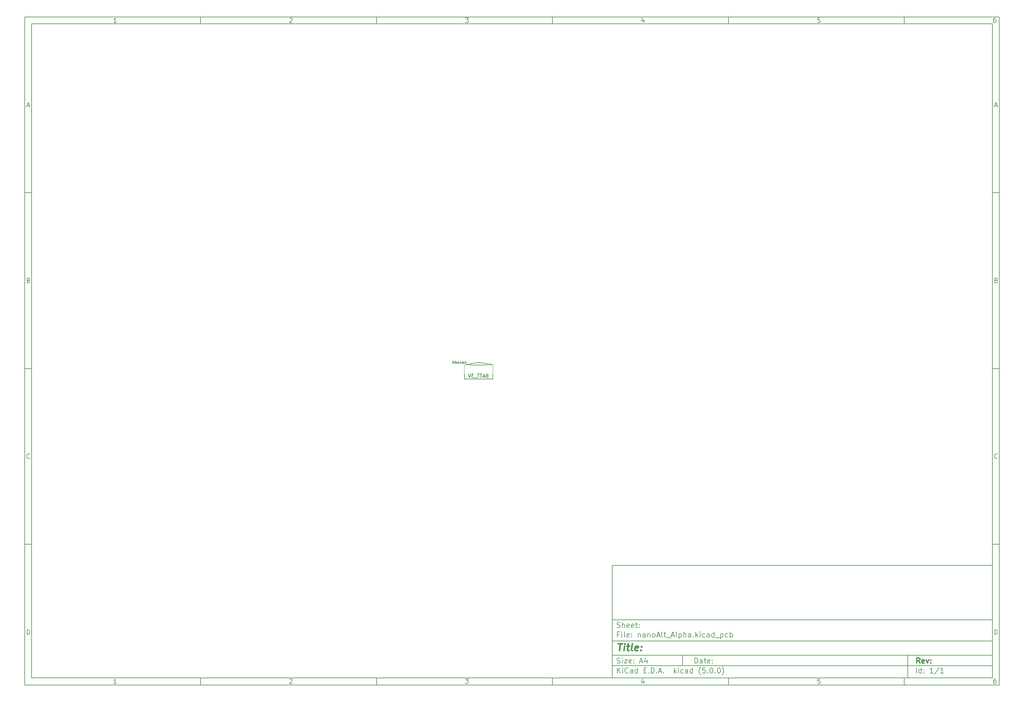
<source format=gbr>
G04 #@! TF.GenerationSoftware,KiCad,Pcbnew,(5.0.0)*
G04 #@! TF.CreationDate,2018-07-29T19:07:46+01:00*
G04 #@! TF.ProjectId,nanoAlt_Alpha,6E616E6F416C745F416C7068612E6B69,rev?*
G04 #@! TF.SameCoordinates,Original*
G04 #@! TF.FileFunction,Legend,Bot*
G04 #@! TF.FilePolarity,Positive*
%FSLAX46Y46*%
G04 Gerber Fmt 4.6, Leading zero omitted, Abs format (unit mm)*
G04 Created by KiCad (PCBNEW (5.0.0)) date 07/29/18 19:07:46*
%MOMM*%
%LPD*%
G01*
G04 APERTURE LIST*
%ADD10C,0.100000*%
%ADD11C,0.150000*%
%ADD12C,0.300000*%
%ADD13C,0.400000*%
%ADD14C,3.025400*%
%ADD15R,1.525400X2.525400*%
%ADD16R,1.525400X1.525400*%
G04 APERTURE END LIST*
D10*
D11*
X177002200Y-166007200D02*
X177002200Y-198007200D01*
X285002200Y-198007200D01*
X285002200Y-166007200D01*
X177002200Y-166007200D01*
D10*
D11*
X10000000Y-10000000D02*
X10000000Y-200007200D01*
X287002200Y-200007200D01*
X287002200Y-10000000D01*
X10000000Y-10000000D01*
D10*
D11*
X12000000Y-12000000D02*
X12000000Y-198007200D01*
X285002200Y-198007200D01*
X285002200Y-12000000D01*
X12000000Y-12000000D01*
D10*
D11*
X60000000Y-12000000D02*
X60000000Y-10000000D01*
D10*
D11*
X110000000Y-12000000D02*
X110000000Y-10000000D01*
D10*
D11*
X160000000Y-12000000D02*
X160000000Y-10000000D01*
D10*
D11*
X210000000Y-12000000D02*
X210000000Y-10000000D01*
D10*
D11*
X260000000Y-12000000D02*
X260000000Y-10000000D01*
D10*
D11*
X36065476Y-11588095D02*
X35322619Y-11588095D01*
X35694047Y-11588095D02*
X35694047Y-10288095D01*
X35570238Y-10473809D01*
X35446428Y-10597619D01*
X35322619Y-10659523D01*
D10*
D11*
X85322619Y-10411904D02*
X85384523Y-10350000D01*
X85508333Y-10288095D01*
X85817857Y-10288095D01*
X85941666Y-10350000D01*
X86003571Y-10411904D01*
X86065476Y-10535714D01*
X86065476Y-10659523D01*
X86003571Y-10845238D01*
X85260714Y-11588095D01*
X86065476Y-11588095D01*
D10*
D11*
X135260714Y-10288095D02*
X136065476Y-10288095D01*
X135632142Y-10783333D01*
X135817857Y-10783333D01*
X135941666Y-10845238D01*
X136003571Y-10907142D01*
X136065476Y-11030952D01*
X136065476Y-11340476D01*
X136003571Y-11464285D01*
X135941666Y-11526190D01*
X135817857Y-11588095D01*
X135446428Y-11588095D01*
X135322619Y-11526190D01*
X135260714Y-11464285D01*
D10*
D11*
X185941666Y-10721428D02*
X185941666Y-11588095D01*
X185632142Y-10226190D02*
X185322619Y-11154761D01*
X186127380Y-11154761D01*
D10*
D11*
X236003571Y-10288095D02*
X235384523Y-10288095D01*
X235322619Y-10907142D01*
X235384523Y-10845238D01*
X235508333Y-10783333D01*
X235817857Y-10783333D01*
X235941666Y-10845238D01*
X236003571Y-10907142D01*
X236065476Y-11030952D01*
X236065476Y-11340476D01*
X236003571Y-11464285D01*
X235941666Y-11526190D01*
X235817857Y-11588095D01*
X235508333Y-11588095D01*
X235384523Y-11526190D01*
X235322619Y-11464285D01*
D10*
D11*
X285941666Y-10288095D02*
X285694047Y-10288095D01*
X285570238Y-10350000D01*
X285508333Y-10411904D01*
X285384523Y-10597619D01*
X285322619Y-10845238D01*
X285322619Y-11340476D01*
X285384523Y-11464285D01*
X285446428Y-11526190D01*
X285570238Y-11588095D01*
X285817857Y-11588095D01*
X285941666Y-11526190D01*
X286003571Y-11464285D01*
X286065476Y-11340476D01*
X286065476Y-11030952D01*
X286003571Y-10907142D01*
X285941666Y-10845238D01*
X285817857Y-10783333D01*
X285570238Y-10783333D01*
X285446428Y-10845238D01*
X285384523Y-10907142D01*
X285322619Y-11030952D01*
D10*
D11*
X60000000Y-198007200D02*
X60000000Y-200007200D01*
D10*
D11*
X110000000Y-198007200D02*
X110000000Y-200007200D01*
D10*
D11*
X160000000Y-198007200D02*
X160000000Y-200007200D01*
D10*
D11*
X210000000Y-198007200D02*
X210000000Y-200007200D01*
D10*
D11*
X260000000Y-198007200D02*
X260000000Y-200007200D01*
D10*
D11*
X36065476Y-199595295D02*
X35322619Y-199595295D01*
X35694047Y-199595295D02*
X35694047Y-198295295D01*
X35570238Y-198481009D01*
X35446428Y-198604819D01*
X35322619Y-198666723D01*
D10*
D11*
X85322619Y-198419104D02*
X85384523Y-198357200D01*
X85508333Y-198295295D01*
X85817857Y-198295295D01*
X85941666Y-198357200D01*
X86003571Y-198419104D01*
X86065476Y-198542914D01*
X86065476Y-198666723D01*
X86003571Y-198852438D01*
X85260714Y-199595295D01*
X86065476Y-199595295D01*
D10*
D11*
X135260714Y-198295295D02*
X136065476Y-198295295D01*
X135632142Y-198790533D01*
X135817857Y-198790533D01*
X135941666Y-198852438D01*
X136003571Y-198914342D01*
X136065476Y-199038152D01*
X136065476Y-199347676D01*
X136003571Y-199471485D01*
X135941666Y-199533390D01*
X135817857Y-199595295D01*
X135446428Y-199595295D01*
X135322619Y-199533390D01*
X135260714Y-199471485D01*
D10*
D11*
X185941666Y-198728628D02*
X185941666Y-199595295D01*
X185632142Y-198233390D02*
X185322619Y-199161961D01*
X186127380Y-199161961D01*
D10*
D11*
X236003571Y-198295295D02*
X235384523Y-198295295D01*
X235322619Y-198914342D01*
X235384523Y-198852438D01*
X235508333Y-198790533D01*
X235817857Y-198790533D01*
X235941666Y-198852438D01*
X236003571Y-198914342D01*
X236065476Y-199038152D01*
X236065476Y-199347676D01*
X236003571Y-199471485D01*
X235941666Y-199533390D01*
X235817857Y-199595295D01*
X235508333Y-199595295D01*
X235384523Y-199533390D01*
X235322619Y-199471485D01*
D10*
D11*
X285941666Y-198295295D02*
X285694047Y-198295295D01*
X285570238Y-198357200D01*
X285508333Y-198419104D01*
X285384523Y-198604819D01*
X285322619Y-198852438D01*
X285322619Y-199347676D01*
X285384523Y-199471485D01*
X285446428Y-199533390D01*
X285570238Y-199595295D01*
X285817857Y-199595295D01*
X285941666Y-199533390D01*
X286003571Y-199471485D01*
X286065476Y-199347676D01*
X286065476Y-199038152D01*
X286003571Y-198914342D01*
X285941666Y-198852438D01*
X285817857Y-198790533D01*
X285570238Y-198790533D01*
X285446428Y-198852438D01*
X285384523Y-198914342D01*
X285322619Y-199038152D01*
D10*
D11*
X10000000Y-60000000D02*
X12000000Y-60000000D01*
D10*
D11*
X10000000Y-110000000D02*
X12000000Y-110000000D01*
D10*
D11*
X10000000Y-160000000D02*
X12000000Y-160000000D01*
D10*
D11*
X10690476Y-35216666D02*
X11309523Y-35216666D01*
X10566666Y-35588095D02*
X11000000Y-34288095D01*
X11433333Y-35588095D01*
D10*
D11*
X11092857Y-84907142D02*
X11278571Y-84969047D01*
X11340476Y-85030952D01*
X11402380Y-85154761D01*
X11402380Y-85340476D01*
X11340476Y-85464285D01*
X11278571Y-85526190D01*
X11154761Y-85588095D01*
X10659523Y-85588095D01*
X10659523Y-84288095D01*
X11092857Y-84288095D01*
X11216666Y-84350000D01*
X11278571Y-84411904D01*
X11340476Y-84535714D01*
X11340476Y-84659523D01*
X11278571Y-84783333D01*
X11216666Y-84845238D01*
X11092857Y-84907142D01*
X10659523Y-84907142D01*
D10*
D11*
X11402380Y-135464285D02*
X11340476Y-135526190D01*
X11154761Y-135588095D01*
X11030952Y-135588095D01*
X10845238Y-135526190D01*
X10721428Y-135402380D01*
X10659523Y-135278571D01*
X10597619Y-135030952D01*
X10597619Y-134845238D01*
X10659523Y-134597619D01*
X10721428Y-134473809D01*
X10845238Y-134350000D01*
X11030952Y-134288095D01*
X11154761Y-134288095D01*
X11340476Y-134350000D01*
X11402380Y-134411904D01*
D10*
D11*
X10659523Y-185588095D02*
X10659523Y-184288095D01*
X10969047Y-184288095D01*
X11154761Y-184350000D01*
X11278571Y-184473809D01*
X11340476Y-184597619D01*
X11402380Y-184845238D01*
X11402380Y-185030952D01*
X11340476Y-185278571D01*
X11278571Y-185402380D01*
X11154761Y-185526190D01*
X10969047Y-185588095D01*
X10659523Y-185588095D01*
D10*
D11*
X287002200Y-60000000D02*
X285002200Y-60000000D01*
D10*
D11*
X287002200Y-110000000D02*
X285002200Y-110000000D01*
D10*
D11*
X287002200Y-160000000D02*
X285002200Y-160000000D01*
D10*
D11*
X285692676Y-35216666D02*
X286311723Y-35216666D01*
X285568866Y-35588095D02*
X286002200Y-34288095D01*
X286435533Y-35588095D01*
D10*
D11*
X286095057Y-84907142D02*
X286280771Y-84969047D01*
X286342676Y-85030952D01*
X286404580Y-85154761D01*
X286404580Y-85340476D01*
X286342676Y-85464285D01*
X286280771Y-85526190D01*
X286156961Y-85588095D01*
X285661723Y-85588095D01*
X285661723Y-84288095D01*
X286095057Y-84288095D01*
X286218866Y-84350000D01*
X286280771Y-84411904D01*
X286342676Y-84535714D01*
X286342676Y-84659523D01*
X286280771Y-84783333D01*
X286218866Y-84845238D01*
X286095057Y-84907142D01*
X285661723Y-84907142D01*
D10*
D11*
X286404580Y-135464285D02*
X286342676Y-135526190D01*
X286156961Y-135588095D01*
X286033152Y-135588095D01*
X285847438Y-135526190D01*
X285723628Y-135402380D01*
X285661723Y-135278571D01*
X285599819Y-135030952D01*
X285599819Y-134845238D01*
X285661723Y-134597619D01*
X285723628Y-134473809D01*
X285847438Y-134350000D01*
X286033152Y-134288095D01*
X286156961Y-134288095D01*
X286342676Y-134350000D01*
X286404580Y-134411904D01*
D10*
D11*
X285661723Y-185588095D02*
X285661723Y-184288095D01*
X285971247Y-184288095D01*
X286156961Y-184350000D01*
X286280771Y-184473809D01*
X286342676Y-184597619D01*
X286404580Y-184845238D01*
X286404580Y-185030952D01*
X286342676Y-185278571D01*
X286280771Y-185402380D01*
X286156961Y-185526190D01*
X285971247Y-185588095D01*
X285661723Y-185588095D01*
D10*
D11*
X200434342Y-193785771D02*
X200434342Y-192285771D01*
X200791485Y-192285771D01*
X201005771Y-192357200D01*
X201148628Y-192500057D01*
X201220057Y-192642914D01*
X201291485Y-192928628D01*
X201291485Y-193142914D01*
X201220057Y-193428628D01*
X201148628Y-193571485D01*
X201005771Y-193714342D01*
X200791485Y-193785771D01*
X200434342Y-193785771D01*
X202577200Y-193785771D02*
X202577200Y-193000057D01*
X202505771Y-192857200D01*
X202362914Y-192785771D01*
X202077200Y-192785771D01*
X201934342Y-192857200D01*
X202577200Y-193714342D02*
X202434342Y-193785771D01*
X202077200Y-193785771D01*
X201934342Y-193714342D01*
X201862914Y-193571485D01*
X201862914Y-193428628D01*
X201934342Y-193285771D01*
X202077200Y-193214342D01*
X202434342Y-193214342D01*
X202577200Y-193142914D01*
X203077200Y-192785771D02*
X203648628Y-192785771D01*
X203291485Y-192285771D02*
X203291485Y-193571485D01*
X203362914Y-193714342D01*
X203505771Y-193785771D01*
X203648628Y-193785771D01*
X204720057Y-193714342D02*
X204577200Y-193785771D01*
X204291485Y-193785771D01*
X204148628Y-193714342D01*
X204077200Y-193571485D01*
X204077200Y-193000057D01*
X204148628Y-192857200D01*
X204291485Y-192785771D01*
X204577200Y-192785771D01*
X204720057Y-192857200D01*
X204791485Y-193000057D01*
X204791485Y-193142914D01*
X204077200Y-193285771D01*
X205434342Y-193642914D02*
X205505771Y-193714342D01*
X205434342Y-193785771D01*
X205362914Y-193714342D01*
X205434342Y-193642914D01*
X205434342Y-193785771D01*
X205434342Y-192857200D02*
X205505771Y-192928628D01*
X205434342Y-193000057D01*
X205362914Y-192928628D01*
X205434342Y-192857200D01*
X205434342Y-193000057D01*
D10*
D11*
X177002200Y-194507200D02*
X285002200Y-194507200D01*
D10*
D11*
X178434342Y-196585771D02*
X178434342Y-195085771D01*
X179291485Y-196585771D02*
X178648628Y-195728628D01*
X179291485Y-195085771D02*
X178434342Y-195942914D01*
X179934342Y-196585771D02*
X179934342Y-195585771D01*
X179934342Y-195085771D02*
X179862914Y-195157200D01*
X179934342Y-195228628D01*
X180005771Y-195157200D01*
X179934342Y-195085771D01*
X179934342Y-195228628D01*
X181505771Y-196442914D02*
X181434342Y-196514342D01*
X181220057Y-196585771D01*
X181077200Y-196585771D01*
X180862914Y-196514342D01*
X180720057Y-196371485D01*
X180648628Y-196228628D01*
X180577200Y-195942914D01*
X180577200Y-195728628D01*
X180648628Y-195442914D01*
X180720057Y-195300057D01*
X180862914Y-195157200D01*
X181077200Y-195085771D01*
X181220057Y-195085771D01*
X181434342Y-195157200D01*
X181505771Y-195228628D01*
X182791485Y-196585771D02*
X182791485Y-195800057D01*
X182720057Y-195657200D01*
X182577200Y-195585771D01*
X182291485Y-195585771D01*
X182148628Y-195657200D01*
X182791485Y-196514342D02*
X182648628Y-196585771D01*
X182291485Y-196585771D01*
X182148628Y-196514342D01*
X182077200Y-196371485D01*
X182077200Y-196228628D01*
X182148628Y-196085771D01*
X182291485Y-196014342D01*
X182648628Y-196014342D01*
X182791485Y-195942914D01*
X184148628Y-196585771D02*
X184148628Y-195085771D01*
X184148628Y-196514342D02*
X184005771Y-196585771D01*
X183720057Y-196585771D01*
X183577200Y-196514342D01*
X183505771Y-196442914D01*
X183434342Y-196300057D01*
X183434342Y-195871485D01*
X183505771Y-195728628D01*
X183577200Y-195657200D01*
X183720057Y-195585771D01*
X184005771Y-195585771D01*
X184148628Y-195657200D01*
X186005771Y-195800057D02*
X186505771Y-195800057D01*
X186720057Y-196585771D02*
X186005771Y-196585771D01*
X186005771Y-195085771D01*
X186720057Y-195085771D01*
X187362914Y-196442914D02*
X187434342Y-196514342D01*
X187362914Y-196585771D01*
X187291485Y-196514342D01*
X187362914Y-196442914D01*
X187362914Y-196585771D01*
X188077200Y-196585771D02*
X188077200Y-195085771D01*
X188434342Y-195085771D01*
X188648628Y-195157200D01*
X188791485Y-195300057D01*
X188862914Y-195442914D01*
X188934342Y-195728628D01*
X188934342Y-195942914D01*
X188862914Y-196228628D01*
X188791485Y-196371485D01*
X188648628Y-196514342D01*
X188434342Y-196585771D01*
X188077200Y-196585771D01*
X189577200Y-196442914D02*
X189648628Y-196514342D01*
X189577200Y-196585771D01*
X189505771Y-196514342D01*
X189577200Y-196442914D01*
X189577200Y-196585771D01*
X190220057Y-196157200D02*
X190934342Y-196157200D01*
X190077200Y-196585771D02*
X190577200Y-195085771D01*
X191077200Y-196585771D01*
X191577200Y-196442914D02*
X191648628Y-196514342D01*
X191577200Y-196585771D01*
X191505771Y-196514342D01*
X191577200Y-196442914D01*
X191577200Y-196585771D01*
X194577200Y-196585771D02*
X194577200Y-195085771D01*
X194720057Y-196014342D02*
X195148628Y-196585771D01*
X195148628Y-195585771D02*
X194577200Y-196157200D01*
X195791485Y-196585771D02*
X195791485Y-195585771D01*
X195791485Y-195085771D02*
X195720057Y-195157200D01*
X195791485Y-195228628D01*
X195862914Y-195157200D01*
X195791485Y-195085771D01*
X195791485Y-195228628D01*
X197148628Y-196514342D02*
X197005771Y-196585771D01*
X196720057Y-196585771D01*
X196577200Y-196514342D01*
X196505771Y-196442914D01*
X196434342Y-196300057D01*
X196434342Y-195871485D01*
X196505771Y-195728628D01*
X196577200Y-195657200D01*
X196720057Y-195585771D01*
X197005771Y-195585771D01*
X197148628Y-195657200D01*
X198434342Y-196585771D02*
X198434342Y-195800057D01*
X198362914Y-195657200D01*
X198220057Y-195585771D01*
X197934342Y-195585771D01*
X197791485Y-195657200D01*
X198434342Y-196514342D02*
X198291485Y-196585771D01*
X197934342Y-196585771D01*
X197791485Y-196514342D01*
X197720057Y-196371485D01*
X197720057Y-196228628D01*
X197791485Y-196085771D01*
X197934342Y-196014342D01*
X198291485Y-196014342D01*
X198434342Y-195942914D01*
X199791485Y-196585771D02*
X199791485Y-195085771D01*
X199791485Y-196514342D02*
X199648628Y-196585771D01*
X199362914Y-196585771D01*
X199220057Y-196514342D01*
X199148628Y-196442914D01*
X199077200Y-196300057D01*
X199077200Y-195871485D01*
X199148628Y-195728628D01*
X199220057Y-195657200D01*
X199362914Y-195585771D01*
X199648628Y-195585771D01*
X199791485Y-195657200D01*
X202077200Y-197157200D02*
X202005771Y-197085771D01*
X201862914Y-196871485D01*
X201791485Y-196728628D01*
X201720057Y-196514342D01*
X201648628Y-196157200D01*
X201648628Y-195871485D01*
X201720057Y-195514342D01*
X201791485Y-195300057D01*
X201862914Y-195157200D01*
X202005771Y-194942914D01*
X202077200Y-194871485D01*
X203362914Y-195085771D02*
X202648628Y-195085771D01*
X202577200Y-195800057D01*
X202648628Y-195728628D01*
X202791485Y-195657200D01*
X203148628Y-195657200D01*
X203291485Y-195728628D01*
X203362914Y-195800057D01*
X203434342Y-195942914D01*
X203434342Y-196300057D01*
X203362914Y-196442914D01*
X203291485Y-196514342D01*
X203148628Y-196585771D01*
X202791485Y-196585771D01*
X202648628Y-196514342D01*
X202577200Y-196442914D01*
X204077200Y-196442914D02*
X204148628Y-196514342D01*
X204077200Y-196585771D01*
X204005771Y-196514342D01*
X204077200Y-196442914D01*
X204077200Y-196585771D01*
X205077200Y-195085771D02*
X205220057Y-195085771D01*
X205362914Y-195157200D01*
X205434342Y-195228628D01*
X205505771Y-195371485D01*
X205577200Y-195657200D01*
X205577200Y-196014342D01*
X205505771Y-196300057D01*
X205434342Y-196442914D01*
X205362914Y-196514342D01*
X205220057Y-196585771D01*
X205077200Y-196585771D01*
X204934342Y-196514342D01*
X204862914Y-196442914D01*
X204791485Y-196300057D01*
X204720057Y-196014342D01*
X204720057Y-195657200D01*
X204791485Y-195371485D01*
X204862914Y-195228628D01*
X204934342Y-195157200D01*
X205077200Y-195085771D01*
X206220057Y-196442914D02*
X206291485Y-196514342D01*
X206220057Y-196585771D01*
X206148628Y-196514342D01*
X206220057Y-196442914D01*
X206220057Y-196585771D01*
X207220057Y-195085771D02*
X207362914Y-195085771D01*
X207505771Y-195157200D01*
X207577200Y-195228628D01*
X207648628Y-195371485D01*
X207720057Y-195657200D01*
X207720057Y-196014342D01*
X207648628Y-196300057D01*
X207577200Y-196442914D01*
X207505771Y-196514342D01*
X207362914Y-196585771D01*
X207220057Y-196585771D01*
X207077200Y-196514342D01*
X207005771Y-196442914D01*
X206934342Y-196300057D01*
X206862914Y-196014342D01*
X206862914Y-195657200D01*
X206934342Y-195371485D01*
X207005771Y-195228628D01*
X207077200Y-195157200D01*
X207220057Y-195085771D01*
X208220057Y-197157200D02*
X208291485Y-197085771D01*
X208434342Y-196871485D01*
X208505771Y-196728628D01*
X208577200Y-196514342D01*
X208648628Y-196157200D01*
X208648628Y-195871485D01*
X208577200Y-195514342D01*
X208505771Y-195300057D01*
X208434342Y-195157200D01*
X208291485Y-194942914D01*
X208220057Y-194871485D01*
D10*
D11*
X177002200Y-191507200D02*
X285002200Y-191507200D01*
D10*
D12*
X264411485Y-193785771D02*
X263911485Y-193071485D01*
X263554342Y-193785771D02*
X263554342Y-192285771D01*
X264125771Y-192285771D01*
X264268628Y-192357200D01*
X264340057Y-192428628D01*
X264411485Y-192571485D01*
X264411485Y-192785771D01*
X264340057Y-192928628D01*
X264268628Y-193000057D01*
X264125771Y-193071485D01*
X263554342Y-193071485D01*
X265625771Y-193714342D02*
X265482914Y-193785771D01*
X265197200Y-193785771D01*
X265054342Y-193714342D01*
X264982914Y-193571485D01*
X264982914Y-193000057D01*
X265054342Y-192857200D01*
X265197200Y-192785771D01*
X265482914Y-192785771D01*
X265625771Y-192857200D01*
X265697200Y-193000057D01*
X265697200Y-193142914D01*
X264982914Y-193285771D01*
X266197200Y-192785771D02*
X266554342Y-193785771D01*
X266911485Y-192785771D01*
X267482914Y-193642914D02*
X267554342Y-193714342D01*
X267482914Y-193785771D01*
X267411485Y-193714342D01*
X267482914Y-193642914D01*
X267482914Y-193785771D01*
X267482914Y-192857200D02*
X267554342Y-192928628D01*
X267482914Y-193000057D01*
X267411485Y-192928628D01*
X267482914Y-192857200D01*
X267482914Y-193000057D01*
D10*
D11*
X178362914Y-193714342D02*
X178577200Y-193785771D01*
X178934342Y-193785771D01*
X179077200Y-193714342D01*
X179148628Y-193642914D01*
X179220057Y-193500057D01*
X179220057Y-193357200D01*
X179148628Y-193214342D01*
X179077200Y-193142914D01*
X178934342Y-193071485D01*
X178648628Y-193000057D01*
X178505771Y-192928628D01*
X178434342Y-192857200D01*
X178362914Y-192714342D01*
X178362914Y-192571485D01*
X178434342Y-192428628D01*
X178505771Y-192357200D01*
X178648628Y-192285771D01*
X179005771Y-192285771D01*
X179220057Y-192357200D01*
X179862914Y-193785771D02*
X179862914Y-192785771D01*
X179862914Y-192285771D02*
X179791485Y-192357200D01*
X179862914Y-192428628D01*
X179934342Y-192357200D01*
X179862914Y-192285771D01*
X179862914Y-192428628D01*
X180434342Y-192785771D02*
X181220057Y-192785771D01*
X180434342Y-193785771D01*
X181220057Y-193785771D01*
X182362914Y-193714342D02*
X182220057Y-193785771D01*
X181934342Y-193785771D01*
X181791485Y-193714342D01*
X181720057Y-193571485D01*
X181720057Y-193000057D01*
X181791485Y-192857200D01*
X181934342Y-192785771D01*
X182220057Y-192785771D01*
X182362914Y-192857200D01*
X182434342Y-193000057D01*
X182434342Y-193142914D01*
X181720057Y-193285771D01*
X183077200Y-193642914D02*
X183148628Y-193714342D01*
X183077200Y-193785771D01*
X183005771Y-193714342D01*
X183077200Y-193642914D01*
X183077200Y-193785771D01*
X183077200Y-192857200D02*
X183148628Y-192928628D01*
X183077200Y-193000057D01*
X183005771Y-192928628D01*
X183077200Y-192857200D01*
X183077200Y-193000057D01*
X184862914Y-193357200D02*
X185577200Y-193357200D01*
X184720057Y-193785771D02*
X185220057Y-192285771D01*
X185720057Y-193785771D01*
X186862914Y-192785771D02*
X186862914Y-193785771D01*
X186505771Y-192214342D02*
X186148628Y-193285771D01*
X187077200Y-193285771D01*
D10*
D11*
X263434342Y-196585771D02*
X263434342Y-195085771D01*
X264791485Y-196585771D02*
X264791485Y-195085771D01*
X264791485Y-196514342D02*
X264648628Y-196585771D01*
X264362914Y-196585771D01*
X264220057Y-196514342D01*
X264148628Y-196442914D01*
X264077200Y-196300057D01*
X264077200Y-195871485D01*
X264148628Y-195728628D01*
X264220057Y-195657200D01*
X264362914Y-195585771D01*
X264648628Y-195585771D01*
X264791485Y-195657200D01*
X265505771Y-196442914D02*
X265577200Y-196514342D01*
X265505771Y-196585771D01*
X265434342Y-196514342D01*
X265505771Y-196442914D01*
X265505771Y-196585771D01*
X265505771Y-195657200D02*
X265577200Y-195728628D01*
X265505771Y-195800057D01*
X265434342Y-195728628D01*
X265505771Y-195657200D01*
X265505771Y-195800057D01*
X268148628Y-196585771D02*
X267291485Y-196585771D01*
X267720057Y-196585771D02*
X267720057Y-195085771D01*
X267577200Y-195300057D01*
X267434342Y-195442914D01*
X267291485Y-195514342D01*
X269862914Y-195014342D02*
X268577200Y-196942914D01*
X271148628Y-196585771D02*
X270291485Y-196585771D01*
X270720057Y-196585771D02*
X270720057Y-195085771D01*
X270577200Y-195300057D01*
X270434342Y-195442914D01*
X270291485Y-195514342D01*
D10*
D11*
X177002200Y-187507200D02*
X285002200Y-187507200D01*
D10*
D13*
X178714580Y-188211961D02*
X179857438Y-188211961D01*
X179036009Y-190211961D02*
X179286009Y-188211961D01*
X180274104Y-190211961D02*
X180440771Y-188878628D01*
X180524104Y-188211961D02*
X180416961Y-188307200D01*
X180500295Y-188402438D01*
X180607438Y-188307200D01*
X180524104Y-188211961D01*
X180500295Y-188402438D01*
X181107438Y-188878628D02*
X181869342Y-188878628D01*
X181476485Y-188211961D02*
X181262200Y-189926247D01*
X181333628Y-190116723D01*
X181512200Y-190211961D01*
X181702676Y-190211961D01*
X182655057Y-190211961D02*
X182476485Y-190116723D01*
X182405057Y-189926247D01*
X182619342Y-188211961D01*
X184190771Y-190116723D02*
X183988390Y-190211961D01*
X183607438Y-190211961D01*
X183428866Y-190116723D01*
X183357438Y-189926247D01*
X183452676Y-189164342D01*
X183571723Y-188973866D01*
X183774104Y-188878628D01*
X184155057Y-188878628D01*
X184333628Y-188973866D01*
X184405057Y-189164342D01*
X184381247Y-189354819D01*
X183405057Y-189545295D01*
X185155057Y-190021485D02*
X185238390Y-190116723D01*
X185131247Y-190211961D01*
X185047914Y-190116723D01*
X185155057Y-190021485D01*
X185131247Y-190211961D01*
X185286009Y-188973866D02*
X185369342Y-189069104D01*
X185262200Y-189164342D01*
X185178866Y-189069104D01*
X185286009Y-188973866D01*
X185262200Y-189164342D01*
D10*
D11*
X178934342Y-185600057D02*
X178434342Y-185600057D01*
X178434342Y-186385771D02*
X178434342Y-184885771D01*
X179148628Y-184885771D01*
X179720057Y-186385771D02*
X179720057Y-185385771D01*
X179720057Y-184885771D02*
X179648628Y-184957200D01*
X179720057Y-185028628D01*
X179791485Y-184957200D01*
X179720057Y-184885771D01*
X179720057Y-185028628D01*
X180648628Y-186385771D02*
X180505771Y-186314342D01*
X180434342Y-186171485D01*
X180434342Y-184885771D01*
X181791485Y-186314342D02*
X181648628Y-186385771D01*
X181362914Y-186385771D01*
X181220057Y-186314342D01*
X181148628Y-186171485D01*
X181148628Y-185600057D01*
X181220057Y-185457200D01*
X181362914Y-185385771D01*
X181648628Y-185385771D01*
X181791485Y-185457200D01*
X181862914Y-185600057D01*
X181862914Y-185742914D01*
X181148628Y-185885771D01*
X182505771Y-186242914D02*
X182577200Y-186314342D01*
X182505771Y-186385771D01*
X182434342Y-186314342D01*
X182505771Y-186242914D01*
X182505771Y-186385771D01*
X182505771Y-185457200D02*
X182577200Y-185528628D01*
X182505771Y-185600057D01*
X182434342Y-185528628D01*
X182505771Y-185457200D01*
X182505771Y-185600057D01*
X184362914Y-185385771D02*
X184362914Y-186385771D01*
X184362914Y-185528628D02*
X184434342Y-185457200D01*
X184577200Y-185385771D01*
X184791485Y-185385771D01*
X184934342Y-185457200D01*
X185005771Y-185600057D01*
X185005771Y-186385771D01*
X186362914Y-186385771D02*
X186362914Y-185600057D01*
X186291485Y-185457200D01*
X186148628Y-185385771D01*
X185862914Y-185385771D01*
X185720057Y-185457200D01*
X186362914Y-186314342D02*
X186220057Y-186385771D01*
X185862914Y-186385771D01*
X185720057Y-186314342D01*
X185648628Y-186171485D01*
X185648628Y-186028628D01*
X185720057Y-185885771D01*
X185862914Y-185814342D01*
X186220057Y-185814342D01*
X186362914Y-185742914D01*
X187077200Y-185385771D02*
X187077200Y-186385771D01*
X187077200Y-185528628D02*
X187148628Y-185457200D01*
X187291485Y-185385771D01*
X187505771Y-185385771D01*
X187648628Y-185457200D01*
X187720057Y-185600057D01*
X187720057Y-186385771D01*
X188648628Y-186385771D02*
X188505771Y-186314342D01*
X188434342Y-186242914D01*
X188362914Y-186100057D01*
X188362914Y-185671485D01*
X188434342Y-185528628D01*
X188505771Y-185457200D01*
X188648628Y-185385771D01*
X188862914Y-185385771D01*
X189005771Y-185457200D01*
X189077200Y-185528628D01*
X189148628Y-185671485D01*
X189148628Y-186100057D01*
X189077200Y-186242914D01*
X189005771Y-186314342D01*
X188862914Y-186385771D01*
X188648628Y-186385771D01*
X189720057Y-185957200D02*
X190434342Y-185957200D01*
X189577200Y-186385771D02*
X190077200Y-184885771D01*
X190577200Y-186385771D01*
X191291485Y-186385771D02*
X191148628Y-186314342D01*
X191077200Y-186171485D01*
X191077200Y-184885771D01*
X191648628Y-185385771D02*
X192220057Y-185385771D01*
X191862914Y-184885771D02*
X191862914Y-186171485D01*
X191934342Y-186314342D01*
X192077200Y-186385771D01*
X192220057Y-186385771D01*
X192362914Y-186528628D02*
X193505771Y-186528628D01*
X193791485Y-185957200D02*
X194505771Y-185957200D01*
X193648628Y-186385771D02*
X194148628Y-184885771D01*
X194648628Y-186385771D01*
X195362914Y-186385771D02*
X195220057Y-186314342D01*
X195148628Y-186171485D01*
X195148628Y-184885771D01*
X195934342Y-185385771D02*
X195934342Y-186885771D01*
X195934342Y-185457200D02*
X196077200Y-185385771D01*
X196362914Y-185385771D01*
X196505771Y-185457200D01*
X196577200Y-185528628D01*
X196648628Y-185671485D01*
X196648628Y-186100057D01*
X196577200Y-186242914D01*
X196505771Y-186314342D01*
X196362914Y-186385771D01*
X196077200Y-186385771D01*
X195934342Y-186314342D01*
X197291485Y-186385771D02*
X197291485Y-184885771D01*
X197934342Y-186385771D02*
X197934342Y-185600057D01*
X197862914Y-185457200D01*
X197720057Y-185385771D01*
X197505771Y-185385771D01*
X197362914Y-185457200D01*
X197291485Y-185528628D01*
X199291485Y-186385771D02*
X199291485Y-185600057D01*
X199220057Y-185457200D01*
X199077200Y-185385771D01*
X198791485Y-185385771D01*
X198648628Y-185457200D01*
X199291485Y-186314342D02*
X199148628Y-186385771D01*
X198791485Y-186385771D01*
X198648628Y-186314342D01*
X198577200Y-186171485D01*
X198577200Y-186028628D01*
X198648628Y-185885771D01*
X198791485Y-185814342D01*
X199148628Y-185814342D01*
X199291485Y-185742914D01*
X200005771Y-186242914D02*
X200077200Y-186314342D01*
X200005771Y-186385771D01*
X199934342Y-186314342D01*
X200005771Y-186242914D01*
X200005771Y-186385771D01*
X200720057Y-186385771D02*
X200720057Y-184885771D01*
X200862914Y-185814342D02*
X201291485Y-186385771D01*
X201291485Y-185385771D02*
X200720057Y-185957200D01*
X201934342Y-186385771D02*
X201934342Y-185385771D01*
X201934342Y-184885771D02*
X201862914Y-184957200D01*
X201934342Y-185028628D01*
X202005771Y-184957200D01*
X201934342Y-184885771D01*
X201934342Y-185028628D01*
X203291485Y-186314342D02*
X203148628Y-186385771D01*
X202862914Y-186385771D01*
X202720057Y-186314342D01*
X202648628Y-186242914D01*
X202577200Y-186100057D01*
X202577200Y-185671485D01*
X202648628Y-185528628D01*
X202720057Y-185457200D01*
X202862914Y-185385771D01*
X203148628Y-185385771D01*
X203291485Y-185457200D01*
X204577200Y-186385771D02*
X204577200Y-185600057D01*
X204505771Y-185457200D01*
X204362914Y-185385771D01*
X204077200Y-185385771D01*
X203934342Y-185457200D01*
X204577200Y-186314342D02*
X204434342Y-186385771D01*
X204077200Y-186385771D01*
X203934342Y-186314342D01*
X203862914Y-186171485D01*
X203862914Y-186028628D01*
X203934342Y-185885771D01*
X204077200Y-185814342D01*
X204434342Y-185814342D01*
X204577200Y-185742914D01*
X205934342Y-186385771D02*
X205934342Y-184885771D01*
X205934342Y-186314342D02*
X205791485Y-186385771D01*
X205505771Y-186385771D01*
X205362914Y-186314342D01*
X205291485Y-186242914D01*
X205220057Y-186100057D01*
X205220057Y-185671485D01*
X205291485Y-185528628D01*
X205362914Y-185457200D01*
X205505771Y-185385771D01*
X205791485Y-185385771D01*
X205934342Y-185457200D01*
X206291485Y-186528628D02*
X207434342Y-186528628D01*
X207791485Y-185385771D02*
X207791485Y-186885771D01*
X207791485Y-185457200D02*
X207934342Y-185385771D01*
X208220057Y-185385771D01*
X208362914Y-185457200D01*
X208434342Y-185528628D01*
X208505771Y-185671485D01*
X208505771Y-186100057D01*
X208434342Y-186242914D01*
X208362914Y-186314342D01*
X208220057Y-186385771D01*
X207934342Y-186385771D01*
X207791485Y-186314342D01*
X209791485Y-186314342D02*
X209648628Y-186385771D01*
X209362914Y-186385771D01*
X209220057Y-186314342D01*
X209148628Y-186242914D01*
X209077200Y-186100057D01*
X209077200Y-185671485D01*
X209148628Y-185528628D01*
X209220057Y-185457200D01*
X209362914Y-185385771D01*
X209648628Y-185385771D01*
X209791485Y-185457200D01*
X210434342Y-186385771D02*
X210434342Y-184885771D01*
X210434342Y-185457200D02*
X210577200Y-185385771D01*
X210862914Y-185385771D01*
X211005771Y-185457200D01*
X211077200Y-185528628D01*
X211148628Y-185671485D01*
X211148628Y-186100057D01*
X211077200Y-186242914D01*
X211005771Y-186314342D01*
X210862914Y-186385771D01*
X210577200Y-186385771D01*
X210434342Y-186314342D01*
D10*
D11*
X177002200Y-181507200D02*
X285002200Y-181507200D01*
D10*
D11*
X178362914Y-183614342D02*
X178577200Y-183685771D01*
X178934342Y-183685771D01*
X179077200Y-183614342D01*
X179148628Y-183542914D01*
X179220057Y-183400057D01*
X179220057Y-183257200D01*
X179148628Y-183114342D01*
X179077200Y-183042914D01*
X178934342Y-182971485D01*
X178648628Y-182900057D01*
X178505771Y-182828628D01*
X178434342Y-182757200D01*
X178362914Y-182614342D01*
X178362914Y-182471485D01*
X178434342Y-182328628D01*
X178505771Y-182257200D01*
X178648628Y-182185771D01*
X179005771Y-182185771D01*
X179220057Y-182257200D01*
X179862914Y-183685771D02*
X179862914Y-182185771D01*
X180505771Y-183685771D02*
X180505771Y-182900057D01*
X180434342Y-182757200D01*
X180291485Y-182685771D01*
X180077200Y-182685771D01*
X179934342Y-182757200D01*
X179862914Y-182828628D01*
X181791485Y-183614342D02*
X181648628Y-183685771D01*
X181362914Y-183685771D01*
X181220057Y-183614342D01*
X181148628Y-183471485D01*
X181148628Y-182900057D01*
X181220057Y-182757200D01*
X181362914Y-182685771D01*
X181648628Y-182685771D01*
X181791485Y-182757200D01*
X181862914Y-182900057D01*
X181862914Y-183042914D01*
X181148628Y-183185771D01*
X183077200Y-183614342D02*
X182934342Y-183685771D01*
X182648628Y-183685771D01*
X182505771Y-183614342D01*
X182434342Y-183471485D01*
X182434342Y-182900057D01*
X182505771Y-182757200D01*
X182648628Y-182685771D01*
X182934342Y-182685771D01*
X183077200Y-182757200D01*
X183148628Y-182900057D01*
X183148628Y-183042914D01*
X182434342Y-183185771D01*
X183577200Y-182685771D02*
X184148628Y-182685771D01*
X183791485Y-182185771D02*
X183791485Y-183471485D01*
X183862914Y-183614342D01*
X184005771Y-183685771D01*
X184148628Y-183685771D01*
X184648628Y-183542914D02*
X184720057Y-183614342D01*
X184648628Y-183685771D01*
X184577200Y-183614342D01*
X184648628Y-183542914D01*
X184648628Y-183685771D01*
X184648628Y-182757200D02*
X184720057Y-182828628D01*
X184648628Y-182900057D01*
X184577200Y-182828628D01*
X184648628Y-182757200D01*
X184648628Y-182900057D01*
D10*
D11*
X197002200Y-191507200D02*
X197002200Y-194507200D01*
D10*
D11*
X261002200Y-191507200D02*
X261002200Y-198007200D01*
X135410714Y-108089285D02*
X135410714Y-108589285D01*
X135410714Y-108160714D02*
X135375000Y-108125000D01*
X135303571Y-108089285D01*
X135196428Y-108089285D01*
X135125000Y-108125000D01*
X135089285Y-108196428D01*
X135089285Y-108589285D01*
X134410714Y-108589285D02*
X134410714Y-108196428D01*
X134446428Y-108125000D01*
X134517857Y-108089285D01*
X134660714Y-108089285D01*
X134732142Y-108125000D01*
X134410714Y-108553571D02*
X134482142Y-108589285D01*
X134660714Y-108589285D01*
X134732142Y-108553571D01*
X134767857Y-108482142D01*
X134767857Y-108410714D01*
X134732142Y-108339285D01*
X134660714Y-108303571D01*
X134482142Y-108303571D01*
X134410714Y-108267857D01*
X134053571Y-108089285D02*
X134053571Y-108589285D01*
X134053571Y-108160714D02*
X134017857Y-108125000D01*
X133946428Y-108089285D01*
X133839285Y-108089285D01*
X133767857Y-108125000D01*
X133732142Y-108196428D01*
X133732142Y-108589285D01*
X133267857Y-108589285D02*
X133339285Y-108553571D01*
X133375000Y-108517857D01*
X133410714Y-108446428D01*
X133410714Y-108232142D01*
X133375000Y-108160714D01*
X133339285Y-108125000D01*
X133267857Y-108089285D01*
X133160714Y-108089285D01*
X133089285Y-108125000D01*
X133053571Y-108160714D01*
X133017857Y-108232142D01*
X133017857Y-108446428D01*
X133053571Y-108517857D01*
X133089285Y-108553571D01*
X133160714Y-108589285D01*
X133267857Y-108589285D01*
X132732142Y-108375000D02*
X132375000Y-108375000D01*
X132803571Y-108589285D02*
X132553571Y-107839285D01*
X132303571Y-108589285D01*
X131946428Y-108589285D02*
X132017857Y-108553571D01*
X132053571Y-108482142D01*
X132053571Y-107839285D01*
X131767857Y-108089285D02*
X131482142Y-108089285D01*
X131660714Y-107839285D02*
X131660714Y-108482142D01*
X131625000Y-108553571D01*
X131553571Y-108589285D01*
X131482142Y-108589285D01*
G04 #@! TO.C,BATT_3V*
X139000000Y-108200000D02*
X135000000Y-109000000D01*
X139000000Y-108200000D02*
X143000000Y-108950000D01*
X135000000Y-109000000D02*
X143000000Y-109000000D01*
X143000000Y-113000000D02*
X143000000Y-109000000D01*
X135000000Y-113000000D02*
X143000000Y-113000000D01*
X135000000Y-109000000D02*
X135000000Y-113000000D01*
X141354761Y-112028571D02*
X141211904Y-112076190D01*
X141164285Y-112123809D01*
X141116666Y-112219047D01*
X141116666Y-112361904D01*
X141164285Y-112457142D01*
X141211904Y-112504761D01*
X141307142Y-112552380D01*
X141688095Y-112552380D01*
X141688095Y-111552380D01*
X141354761Y-111552380D01*
X141259523Y-111600000D01*
X141211904Y-111647619D01*
X141164285Y-111742857D01*
X141164285Y-111838095D01*
X141211904Y-111933333D01*
X141259523Y-111980952D01*
X141354761Y-112028571D01*
X141688095Y-112028571D01*
X140735714Y-112266666D02*
X140259523Y-112266666D01*
X140830952Y-112552380D02*
X140497619Y-111552380D01*
X140164285Y-112552380D01*
X139973809Y-111552380D02*
X139402380Y-111552380D01*
X139688095Y-112552380D02*
X139688095Y-111552380D01*
X139211904Y-111552380D02*
X138640476Y-111552380D01*
X138926190Y-112552380D02*
X138926190Y-111552380D01*
X138545238Y-112647619D02*
X137783333Y-112647619D01*
X137640476Y-111552380D02*
X137021428Y-111552380D01*
X137354761Y-111933333D01*
X137211904Y-111933333D01*
X137116666Y-111980952D01*
X137069047Y-112028571D01*
X137021428Y-112123809D01*
X137021428Y-112361904D01*
X137069047Y-112457142D01*
X137116666Y-112504761D01*
X137211904Y-112552380D01*
X137497619Y-112552380D01*
X137592857Y-112504761D01*
X137640476Y-112457142D01*
X136735714Y-111552380D02*
X136402380Y-112552380D01*
X136069047Y-111552380D01*
G04 #@! TD*
%LPC*%
D14*
G04 #@! TO.C,INTEGRATE*
X133500000Y-106000000D03*
G04 #@! TD*
D15*
G04 #@! TO.C,BATT_3V*
X142250000Y-110250000D03*
X135750000Y-110250000D03*
D16*
X139000000Y-110250000D03*
G04 #@! TD*
M02*

</source>
